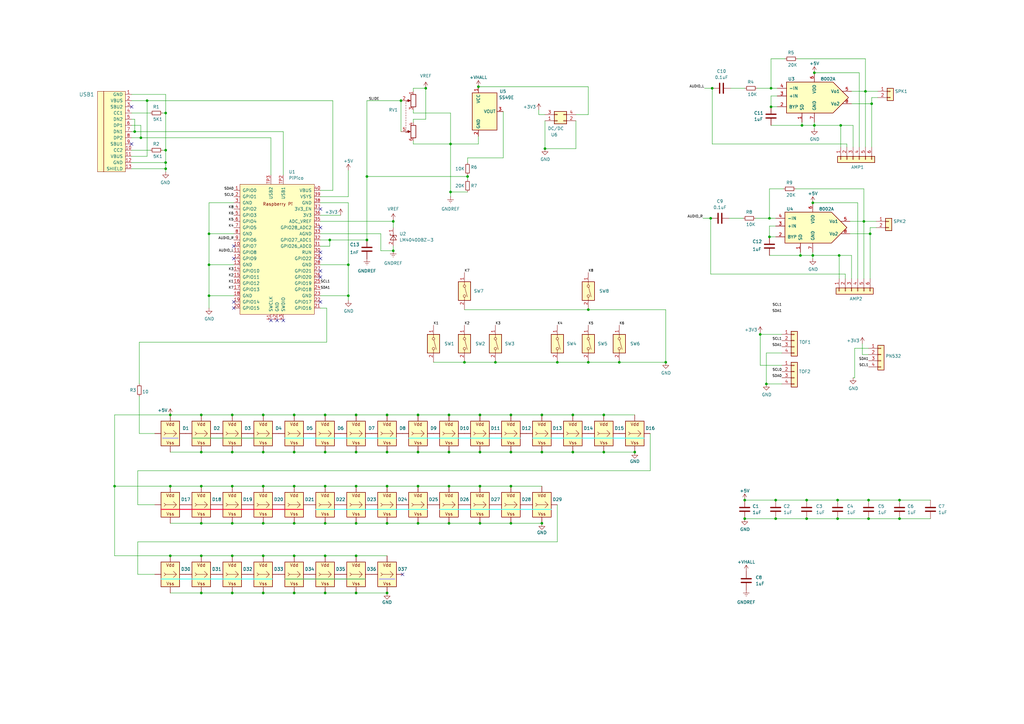
<source format=kicad_sch>
(kicad_sch (version 20231120) (generator "eeschema") (generator_version "8.0")
  (paper "A3")
  (lib_symbols
    (symbol "Connector_Generic:Conn_01x02" (pin_names (offset 1.016) hide)
      (property "Reference" "J" (at 0 2.54 0))
      (property "Value" "Conn_01x02" (at 0 -5.08 0))
      (symbol "Conn_01x02_1_1"
        (pin passive line (at -5.08 0 0) (length 3.81) (name "Pin_1") (number "1"))
        (pin passive line (at -5.08 -2.54 0) (length 3.81) (name "Pin_2") (number "2"))
      )
    )
    (symbol "Connector_Generic:Conn_01x04" (pin_names (offset 1.016) hide)
      (property "Reference" "J" (at 0 5.08 0))
      (property "Value" "Conn_01x04" (at 0 -7.62 0))
      (symbol "Conn_01x04_1_1"
        (pin passive line (at -5.08 2.54 0) (length 3.81) (name "Pin_1") (number "1"))
        (pin passive line (at -5.08 0 0) (length 3.81) (name "Pin_2") (number "2"))
        (pin passive line (at -5.08 -2.54 0) (length 3.81) (name "Pin_3") (number "3"))
        (pin passive line (at -5.08 -5.08 0) (length 3.81) (name "Pin_4") (number "4"))
      )
    )
    (symbol "Connector_Generic:Conn_01x06" (pin_names (offset 1.016) hide)
      (property "Reference" "J" (at 0 7.62 0))
      (property "Value" "Conn_01x06" (at 0 -10.16 0))
      (symbol "Conn_01x06_1_1"
        (pin passive line (at -5.08 5.08 0) (length 3.81) (name "Pin_1") (number "1"))
        (pin passive line (at -5.08 2.54 0) (length 3.81) (name "Pin_2") (number "2"))
        (pin passive line (at -5.08 0 0) (length 3.81) (name "Pin_3") (number "3"))
        (pin passive line (at -5.08 -2.54 0) (length 3.81) (name "Pin_4") (number "4"))
        (pin passive line (at -5.08 -5.08 0) (length 3.81) (name "Pin_5") (number "5"))
        (pin passive line (at -5.08 -7.62 0) (length 3.81) (name "Pin_6") (number "6"))
      )
    )
    (symbol "Connector_Generic:Conn_02x02_Odd_Even" (pin_names (offset 1.016) hide)
      (property "Reference" "J" (at 1.27 2.54 0))
      (property "Value" "Conn_02x02_Odd_Even" (at 1.27 -5.08 0))
      (symbol "Conn_02x02_Odd_Even_1_1"
        (pin passive line (at -5.08 0 0) (length 3.81) (name "Pin_1") (number "1"))
        (pin passive line (at 7.62 0 180) (length 3.81) (name "Pin_2") (number "2"))
        (pin passive line (at -5.08 -2.54 0) (length 3.81) (name "Pin_3") (number "3"))
        (pin passive line (at 7.62 -2.54 180) (length 3.81) (name "Pin_4") (number "4"))
      )
    )
    (symbol "Device:C" (pin_numbers hide) (pin_names (offset 0.254))
      (property "Reference" "C" (at 0.635 2.54 0))
      (property "Value" "C" (at 0.635 -2.54 0))
      (symbol "C_1_1"
        (pin passive line (at 0 3.81 270) (length 2.794) (name "~") (number "1"))
        (pin passive line (at 0 -3.81 90) (length 2.794) (name "~") (number "2"))
      )
    )
    (symbol "Device:R_Potentiometer_Dual" (pin_names (offset 1.016) hide)
      (property "Reference" "RV" (at 0 3.81 0))
      (property "Value" "R_Potentiometer_Dual" (at 0 1.905 0))
      (symbol "R_Potentiometer_Dual_1_1"
        (pin passive line (at -10.16 -2.54 0) (length 1.27) (name "1") (number "1"))
        (pin passive line (at -6.35 2.54 270) (length 2.54) (name "2") (number "2"))
        (pin passive line (at -2.54 -2.54 180) (length 1.27) (name "3") (number "3"))
        (pin passive line (at 2.54 -2.54 0) (length 1.27) (name "4") (number "4"))
        (pin passive line (at 6.35 2.54 270) (length 2.54) (name "5") (number "5"))
        (pin passive line (at 10.16 -2.54 180) (length 1.27) (name "6") (number "6"))
      )
    )
    (symbol "Device:R_Small" (pin_numbers hide) (pin_names (offset 0.254) hide)
      (property "Reference" "R" (at 0.762 0.508 0))
      (property "Value" "R_Small" (at 0.762 -1.016 0))
      (symbol "R_Small_1_1"
        (pin passive line (at 0 2.54 270) (length 0.762) (name "~") (number "1"))
        (pin passive line (at 0 -2.54 90) (length 0.762) (name "~") (number "2"))
      )
    )
    (symbol "Reference_Voltage:LM4040DBZ-3" (pin_names (offset 0.0254) hide)
      (property "Reference" "U" (at 0 2.54 0))
      (property "Value" "LM4040DBZ-3" (at 0 -3.175 0))
      (symbol "LM4040DBZ-3_1_1"
        (pin passive line (at 3.81 0 180) (length 2.54) (name "K") (number "1"))
        (pin passive line (at -3.81 0 0) (length 2.54) (name "A") (number "2"))
        (pin no_connect line (at -1.27 0 0) (length 2.54) hide (name "NC") (number "3"))
      )
    )
    (symbol "Switch:SW_DIP_x01" (pin_names (offset 0) hide)
      (property "Reference" "SW" (at 0 3.81 0))
      (property "Value" "SW_DIP_x01" (at 0 -3.81 0))
      (symbol "SW_DIP_x01_1_1"
        (pin passive line (at -7.62 0 0) (length 5.08) (name "~") (number "1"))
        (pin passive line (at 7.62 0 180) (length 5.08) (name "~") (number "2"))
      )
    )
    (symbol "Type-C:HRO-TYPE-C-31-M-12" (pin_names (offset 1.016))
      (property "Reference" "USB" (at -5.08 16.51 0))
      (property "Value" "HRO-TYPE-C-31-M-12" (at -10.16 -1.27 90))
      (symbol "HRO-TYPE-C-31-M-12_1_1"
        (pin input line (at 2.54 13.97 180) (length 2.54) (name "GND") (number "1"))
        (pin input line (at 2.54 -8.89 180) (length 2.54) (name "CC2") (number "10"))
        (pin input line (at 2.54 -11.43 180) (length 2.54) (name "VBUS") (number "11"))
        (pin input line (at 2.54 -13.97 180) (length 2.54) (name "GND") (number "12"))
        (pin input line (at 2.54 -16.51 180) (length 2.54) (name "SHIELD") (number "13"))
        (pin input line (at 2.54 11.43 180) (length 2.54) (name "VBUS") (number "2"))
        (pin input line (at 2.54 8.89 180) (length 2.54) (name "SBU2") (number "3"))
        (pin input line (at 2.54 6.35 180) (length 2.54) (name "CC1") (number "4"))
        (pin input line (at 2.54 3.81 180) (length 2.54) (name "DN2") (number "5"))
        (pin input line (at 2.54 1.27 180) (length 2.54) (name "DP1") (number "6"))
        (pin input line (at 2.54 -1.27 180) (length 2.54) (name "DN1") (number "7"))
        (pin input line (at 2.54 -3.81 180) (length 2.54) (name "DP2") (number "8"))
        (pin input line (at 2.54 -6.35 180) (length 2.54) (name "SBU1") (number "9"))
      )
    )
    (symbol "geki_main:8002A" (pin_names (offset 1.016))
      (property "Reference" "U" (at 7.62 -7.62 0))
      (property "Value" "8002A" (at -10.795 7.62 0))
      (symbol "8002A_1_1"
        (pin input line (at -5.08 -10.16 90) (length 3.81) (name "SD") (number "1"))
        (pin input line (at -15.24 -3.81 0) (length 3.81) (name "BYP") (number "2"))
        (pin input line (at -15.24 0.635 0) (length 3.81) (name "+IN") (number "3"))
        (pin input line (at -15.24 3.81 0) (length 3.81) (name "-IN") (number "4"))
        (pin output line (at 15.24 2.54 180) (length 3.81) (name "Vo1") (number "5"))
        (pin power_in line (at 0 10.16 270) (length 3.81) (name "VDD") (number "6"))
        (pin power_in line (at 0 -10.16 90) (length 3.81) (name "GND") (number "7"))
        (pin output line (at 15.24 -2.54 180) (length 3.81) (name "Vo2") (number "8"))
      )
    )
    (symbol "geki_main:PiPico" (pin_names (offset 1.016))
      (property "Reference" "U" (at -13.97 27.94 0))
      (property "Value" "PiPico" (at 0.254 16.002 0))
      (symbol "PiPico_0_0"
        (text "Raspberry Pi" (at 0.254 18.542 0) (effects (font (size 1.27 1.27))))
      )
      (symbol "PiPico_1_1"
        (pin bidirectional line (at -17.78 24.13 0) (length 2.54) (name "GPIO0") (number "1"))
        (pin bidirectional line (at -17.78 1.27 0) (length 2.54) (name "GPIO7") (number "10"))
        (pin bidirectional line (at -17.78 -1.27 0) (length 2.54) (name "GPIO8") (number "11"))
        (pin bidirectional line (at -17.78 -3.81 0) (length 2.54) (name "GPIO9") (number "12"))
        (pin power_in line (at -17.78 -6.35 0) (length 2.54) (name "GND") (number "13"))
        (pin bidirectional line (at -17.78 -8.89 0) (length 2.54) (name "GPIO10") (number "14"))
        (pin bidirectional line (at -17.78 -11.43 0) (length 2.54) (name "GPIO11") (number "15"))
        (pin bidirectional line (at -17.78 -13.97 0) (length 2.54) (name "GPIO12") (number "16"))
        (pin bidirectional line (at -17.78 -16.51 0) (length 2.54) (name "GPIO13") (number "17"))
        (pin power_in line (at -17.78 -19.05 0) (length 2.54) (name "GND") (number "18"))
        (pin bidirectional line (at -17.78 -21.59 0) (length 2.54) (name "GPIO14") (number "19"))
        (pin bidirectional line (at -17.78 21.59 0) (length 2.54) (name "GPIO1") (number "2"))
        (pin bidirectional line (at -17.78 -24.13 0) (length 2.54) (name "GPIO15") (number "20"))
        (pin bidirectional line (at 17.78 -24.13 180) (length 2.54) (name "GPIO16") (number "21"))
        (pin bidirectional line (at 17.78 -21.59 180) (length 2.54) (name "GPIO17") (number "22"))
        (pin power_in line (at 17.78 -19.05 180) (length 2.54) (name "GND") (number "23"))
        (pin bidirectional line (at 17.78 -16.51 180) (length 2.54) (name "GPIO18") (number "24"))
        (pin bidirectional line (at 17.78 -13.97 180) (length 2.54) (name "GPIO19") (number "25"))
        (pin bidirectional line (at 17.78 -11.43 180) (length 2.54) (name "GPIO20") (number "26"))
        (pin bidirectional line (at 17.78 -8.89 180) (length 2.54) (name "GPIO21") (number "27"))
        (pin power_in line (at 17.78 -6.35 180) (length 2.54) (name "GND") (number "28"))
        (pin bidirectional line (at 17.78 -3.81 180) (length 2.54) (name "GPIO22") (number "29"))
        (pin power_in line (at -17.78 19.05 0) (length 2.54) (name "GND") (number "3"))
        (pin input line (at 17.78 -1.27 180) (length 2.54) (name "RUN") (number "30"))
        (pin bidirectional line (at 17.78 1.27 180) (length 2.54) (name "GPIO26_ADC0") (number "31"))
        (pin bidirectional line (at 17.78 3.81 180) (length 2.54) (name "GPIO27_ADC1") (number "32"))
        (pin power_in line (at 17.78 6.35 180) (length 2.54) (name "AGND") (number "33"))
        (pin bidirectional line (at 17.78 8.89 180) (length 2.54) (name "GPIO28_ADC2") (number "34"))
        (pin unspecified line (at 17.78 11.43 180) (length 2.54) (name "ADC_VREF") (number "35"))
        (pin unspecified line (at 17.78 13.97 180) (length 2.54) (name "3V3") (number "36"))
        (pin input line (at 17.78 16.51 180) (length 2.54) (name "3V3_EN") (number "37"))
        (pin bidirectional line (at 17.78 19.05 180) (length 2.54) (name "GND") (number "38"))
        (pin unspecified line (at 17.78 21.59 180) (length 2.54) (name "VSYS") (number "39"))
        (pin bidirectional line (at -17.78 16.51 0) (length 2.54) (name "GPIO2") (number "4"))
        (pin unspecified line (at 17.78 24.13 180) (length 2.54) (name "VBUS") (number "40"))
        (pin input line (at -2.54 -29.21 90) (length 2.54) (name "SWCLK") (number "41"))
        (pin power_in line (at 0 -29.21 90) (length 2.54) (name "GND") (number "42"))
        (pin bidirectional line (at 2.54 -29.21 90) (length 2.54) (name "SWDIO") (number "43"))
        (pin bidirectional line (at -17.78 13.97 0) (length 2.54) (name "GPIO3") (number "5"))
        (pin bidirectional line (at -17.78 11.43 0) (length 2.54) (name "GPIO4") (number "6"))
        (pin bidirectional line (at -17.78 8.89 0) (length 2.54) (name "GPIO5") (number "7"))
        (pin power_in line (at -17.78 6.35 0) (length 2.54) (name "GND") (number "8"))
        (pin bidirectional line (at -17.78 3.81 0) (length 2.54) (name "GPIO6") (number "9"))
        (pin bidirectional line (at 2.54 30.48 270) (length 3.81) (name "USB1") (number "TP2"))
        (pin bidirectional line (at -2.54 30.48 270) (length 3.81) (name "USB2") (number "TP3"))
      )
    )
    (symbol "geki_main:SS49E"
      (property "Reference" "U" (at 0 11.43 0))
      (property "Value" "SS49E" (at 0 8.89 0))
      (symbol "SS49E_1_1"
        (pin power_in line (at -2.54 10.16 270) (length 2.54) (name "VCC") (number "1"))
        (pin power_in line (at -2.54 -10.16 90) (length 2.54) (name "GND") (number "2"))
        (pin output line (at 7.62 0 180) (length 2.54) (name "VOUT") (number "3"))
      )
    )
    (symbol "geki_main:WS2812B_Unified" (pin_numbers hide) (pin_names (offset 0.254) hide)
      (property "Reference" "D10" (at 2.54 6.35 0))
      (symbol "WS2812B_Unified_0_0"
        (text "Vdd" (at 0 3.81 0) (effects (font (size 1.27 1.27))))
        (text "Vss" (at 0 -3.81 0) (effects (font (size 1.27 1.27))))
      )
      (symbol "WS2812B_Unified_1_1"
        (pin power_in line (at 0 -7.62 90) (length 2.54) (name "VSS") (number "G"))
        (pin input line (at -6.35 0 0) (length 2.54) (name "In") (number "I"))
        (pin output line (at 6.35 0 180) (length 2.54) (name "Out") (number "O"))
        (pin power_in line (at 0 7.62 270) (length 2.54) (name "VDD") (number "V"))
      )
    )
    (symbol "power:+3.3VADC" (power) (pin_names (offset 0))
      (property "Value" "+3.3VADC" (at 0 2.54 0))
      (symbol "+3.3VADC_0_0"
        (pin power_in line (at 0 0 90) (length 0) hide (name "+3.3VADC") (number "1"))
      )
    )
    (symbol "power:+3V3" (power) (pin_names (offset 0))
      (property "Value" "+3V3" (at 0 3.556 0))
      (symbol "+3V3_1_1"
        (pin power_in line (at 0 0 90) (length 0) hide (name "+3V3") (number "1"))
      )
    )
    (symbol "power:+5V" (power) (pin_names (offset 0))
      (property "Value" "+5V" (at 0 3.556 0))
      (symbol "+5V_1_1"
        (pin power_in line (at 0 0 90) (length 0) hide (name "+5V") (number "1"))
      )
    )
    (symbol "power:GND" (power) (pin_names (offset 0))
      (property "Value" "GND" (at 0 -3.81 0))
      (symbol "GND_1_1"
        (pin power_in line (at 0 0 270) (length 0) hide (name "GND") (number "1"))
      )
    )
    (symbol "power:GNDREF" (power) (pin_numbers hide) (pin_names (offset 0) hide)
      (property "Value" "GNDREF" (at 0 -3.81 0))
      (symbol "GNDREF_1_1"
        (pin power_in line (at 0 0 270) (length 0) (name "~") (number "1"))
      )
    )
  )
  (junction (at 120.65 185.42))
  (junction (at 158.75 170.18))
  (junction (at 57.785 56.515))
  (junction (at 344.17 104.775))
  (junction (at 184.15 214.63))
  (junction (at 356.235 212.725))
  (junction (at 107.95 185.42))
  (junction (at 85.725 108.585))
  (junction (at 344.805 51.435))
  (junction (at 247.65 170.18))
  (junction (at 146.05 227.965))
  (junction (at 260.35 185.42))
  (junction (at 107.95 199.39))
  (junction (at 196.85 185.42))
  (junction (at 356.87 95.885))
  (junction (at 196.85 214.63))
  (junction (at 254 148.59))
  (junction (at 171.45 170.18))
  (junction (at 95.25 214.63))
  (junction (at 184.785 59.055))
  (junction (at 85.725 121.285))
  (junction (at 209.55 199.39))
  (junction (at 273.05 148.59))
  (junction (at 82.55 199.39))
  (junction (at 146.05 170.18))
  (junction (at 133.35 185.42))
  (junction (at 316.23 43.815))
  (junction (at 69.85 199.39))
  (junction (at 334.01 29.845))
  (junction (at 120.65 170.18))
  (junction (at 146.05 185.42))
  (junction (at 318.135 212.725))
  (junction (at 174.625 36.195))
  (junction (at 315.595 97.155))
  (junction (at 305.435 205.105))
  (junction (at 158.75 243.205))
  (junction (at 69.85 227.965))
  (junction (at 196.85 170.18))
  (junction (at 234.95 185.42))
  (junction (at 328.93 51.435))
  (junction (at 164.465 41.275))
  (junction (at 158.75 199.39))
  (junction (at 146.05 214.63))
  (junction (at 171.45 199.39))
  (junction (at 311.785 137.16))
  (junction (at 133.35 243.205))
  (junction (at 241.3 127))
  (junction (at 328.295 104.775))
  (junction (at 60.325 41.275))
  (junction (at 107.95 214.63))
  (junction (at 95.25 185.42))
  (junction (at 305.435 212.725))
  (junction (at 150.495 98.425))
  (junction (at 120.65 199.39))
  (junction (at 316.23 36.195))
  (junction (at 85.725 95.885))
  (junction (at 368.935 212.725))
  (junction (at 368.935 205.105))
  (junction (at 67.945 66.675))
  (junction (at 107.95 227.965))
  (junction (at 292.1 36.195))
  (junction (at 95.25 199.39))
  (junction (at 241.3 148.59))
  (junction (at 95.25 227.965))
  (junction (at 190.5 148.59))
  (junction (at 291.465 89.535))
  (junction (at 133.35 170.18))
  (junction (at 314.325 157.48))
  (junction (at 120.65 243.205))
  (junction (at 67.945 69.215))
  (junction (at 334.01 51.435))
  (junction (at 343.535 205.105))
  (junction (at 133.35 214.63))
  (junction (at 247.65 185.42))
  (junction (at 343.535 212.725))
  (junction (at 184.15 185.42))
  (junction (at 318.135 205.105))
  (junction (at 354.965 37.465))
  (junction (at 171.45 214.63))
  (junction (at 184.15 199.39))
  (junction (at 171.45 185.42))
  (junction (at 330.835 205.105))
  (junction (at 158.75 214.63))
  (junction (at 146.05 199.39))
  (junction (at 135.255 98.425))
  (junction (at 82.55 227.965))
  (junction (at 333.375 83.185))
  (junction (at 191.77 72.39))
  (junction (at 356.235 205.105))
  (junction (at 67.945 61.595))
  (junction (at 67.945 46.355))
  (junction (at 95.25 243.205))
  (junction (at 222.25 214.63))
  (junction (at 150.495 72.39))
  (junction (at 82.55 214.63))
  (junction (at 82.55 170.18))
  (junction (at 234.95 170.18))
  (junction (at 222.25 185.42))
  (junction (at 107.95 243.205))
  (junction (at 209.55 170.18))
  (junction (at 223.52 60.96))
  (junction (at 315.595 89.535))
  (junction (at 120.65 227.965))
  (junction (at 107.95 170.18))
  (junction (at 209.55 214.63))
  (junction (at 133.35 199.39))
  (junction (at 46.99 199.39))
  (junction (at 161.29 90.805))
  (junction (at 184.785 78.74))
  (junction (at 82.55 243.205))
  (junction (at 209.55 185.42))
  (junction (at 95.25 170.18))
  (junction (at 357.505 42.545))
  (junction (at 222.25 170.18))
  (junction (at 196.215 35.56))
  (junction (at 196.85 199.39))
  (junction (at 354.33 90.805))
  (junction (at 69.85 170.18))
  (junction (at 142.875 108.585))
  (junction (at 82.55 185.42))
  (junction (at 158.75 185.42))
  (junction (at 55.245 53.975))
  (junction (at 120.65 214.63))
  (junction (at 146.05 243.205))
  (junction (at 133.35 227.965))
  (junction (at 228.6 148.59))
  (junction (at 333.375 104.775))
  (junction (at 330.835 212.725))
  (junction (at 142.875 121.285))
  (junction (at 203.2 148.59))
  (junction (at 161.29 102.87))
  (junction (at 184.15 170.18))
  (no_connect (at 113.665 131.445))
  (no_connect (at 131.445 123.825))
  (no_connect (at 95.885 123.825))
  (no_connect (at 53.975 43.815))
  (no_connect (at 53.975 59.055))
  (no_connect (at 131.445 103.505))
  (no_connect (at 131.445 85.725))
  (no_connect (at 111.125 131.445))
  (no_connect (at 131.445 93.345))
  (no_connect (at 95.885 126.365))
  (no_connect (at 131.445 106.045))
  (no_connect (at 165.1 235.585))
  (no_connect (at 131.445 113.665))
  (no_connect (at 131.445 111.125))
  (no_connect (at 95.885 100.965))
  (no_connect (at 116.205 131.445))
  (no_connect (at 95.885 106.045))
  (wire (pts (xy 315.595 92.71) (xy 318.135 92.71)))
  (wire (pts (xy 320.675 144.78) (xy 314.325 144.78)))
  (wire (pts (xy 354.965 24.13) (xy 354.965 37.465)))
  (wire (pts (xy 67.945 38.735) (xy 67.945 46.355)))
  (wire (pts (xy 131.445 100.965) (xy 135.255 100.965)))
  (wire (pts (xy 305.435 36.195) (xy 299.72 36.195)))
  (wire (pts (xy 131.445 88.265) (xy 139.7 88.265)))
  (wire (pts (xy 85.725 83.185) (xy 85.725 95.885)))
  (wire (pts (xy 190.5 148.59) (xy 203.2 148.59)))
  (wire (pts (xy 161.29 100.965) (xy 161.29 102.87)))
  (polyline (pts (xy 66.675 179.705) (xy 73.025 179.705)) (stroke (width 0.381) (type solid) (color 159 154 255 1)))
  (wire (pts (xy 311.785 149.86) (xy 320.675 149.86)))
  (wire (pts (xy 171.45 185.42) (xy 184.15 185.42)))
  (wire (pts (xy 316.23 36.195) (xy 318.77 36.195)))
  (wire (pts (xy 95.25 199.39) (xy 107.95 199.39)))
  (wire (pts (xy 222.25 185.42) (xy 234.95 185.42)))
  (wire (pts (xy 349.885 154.94) (xy 350.52 154.94)))
  (wire (pts (xy 120.65 214.63) (xy 133.35 214.63)))
  (wire (pts (xy 131.445 121.285) (xy 142.875 121.285)))
  (wire (pts (xy 223.52 49.53) (xy 223.52 60.96)))
  (polyline (pts (xy 180.34 208.915) (xy 226.06 208.915)) (stroke (width 0.381) (type solid) (color 88 255 249 1)))
  (wire (pts (xy 46.99 227.965) (xy 69.85 227.965)))
  (wire (pts (xy 169.545 48.895) (xy 174.625 48.895)))
  (wire (pts (xy 135.255 98.425) (xy 131.445 98.425)))
  (wire (pts (xy 368.935 212.725) (xy 381.635 212.725)))
  (wire (pts (xy 53.975 53.975) (xy 55.245 53.975)))
  (wire (pts (xy 316.23 43.815) (xy 318.77 43.815)))
  (wire (pts (xy 247.65 170.18) (xy 260.35 170.18)))
  (wire (pts (xy 60.325 64.135) (xy 60.325 41.275)))
  (wire (pts (xy 46.99 199.39) (xy 69.85 199.39)))
  (wire (pts (xy 223.52 60.96) (xy 236.22 60.96)))
  (wire (pts (xy 133.35 170.18) (xy 146.05 170.18)))
  (wire (pts (xy 142.875 83.185) (xy 142.875 108.585)))
  (wire (pts (xy 292.1 36.195) (xy 292.1 59.055)))
  (wire (pts (xy 85.725 95.885) (xy 95.885 95.885)))
  (wire (pts (xy 347.345 59.055) (xy 347.345 60.325)))
  (wire (pts (xy 241.3 35.56) (xy 196.215 35.56)))
  (wire (pts (xy 314.325 144.78) (xy 314.325 157.48)))
  (polyline (pts (xy 155.575 237.49) (xy 161.925 237.49)) (stroke (width 0.381) (type solid) (color 159 154 255 1)))
  (wire (pts (xy 334.01 51.435) (xy 344.805 51.435)))
  (wire (pts (xy 95.25 185.42) (xy 107.95 185.42)))
  (wire (pts (xy 191.77 64.77) (xy 206.375 64.77)))
  (wire (pts (xy 196.85 185.42) (xy 209.55 185.42)))
  (wire (pts (xy 348.615 90.805) (xy 354.33 90.805)))
  (wire (pts (xy 131.445 78.105) (xy 136.525 78.105)))
  (wire (pts (xy 156.21 95.885) (xy 156.21 102.87)))
  (wire (pts (xy 328.93 50.165) (xy 328.93 51.435)))
  (wire (pts (xy 120.65 227.965) (xy 133.35 227.965)))
  (wire (pts (xy 350.52 142.875) (xy 356.235 142.875)))
  (wire (pts (xy 352.425 29.845) (xy 352.425 60.325)))
  (wire (pts (xy 234.95 170.18) (xy 247.65 170.18)))
  (wire (pts (xy 133.985 140.335) (xy 57.15 140.335)))
  (wire (pts (xy 349.25 37.465) (xy 354.965 37.465)))
  (wire (pts (xy 56.515 193.04) (xy 56.515 207.01)))
  (wire (pts (xy 354.33 114.3) (xy 354.33 90.805)))
  (wire (pts (xy 133.35 243.205) (xy 146.05 243.205)))
  (wire (pts (xy 111.125 56.515) (xy 57.785 56.515)))
  (wire (pts (xy 184.785 59.055) (xy 196.215 59.055)))
  (wire (pts (xy 146.05 199.39) (xy 158.75 199.39)))
  (wire (pts (xy 328.93 51.435) (xy 334.01 51.435)))
  (wire (pts (xy 156.21 102.87) (xy 161.29 102.87)))
  (wire (pts (xy 241.3 127) (xy 273.05 127)))
  (wire (pts (xy 241.3 148.59) (xy 254 148.59)))
  (wire (pts (xy 171.45 214.63) (xy 184.15 214.63)))
  (wire (pts (xy 315.595 97.155) (xy 318.135 97.155)))
  (wire (pts (xy 85.725 121.285) (xy 95.885 121.285)))
  (wire (pts (xy 315.595 77.47) (xy 315.595 89.535)))
  (wire (pts (xy 131.445 90.805) (xy 161.29 90.805)))
  (wire (pts (xy 273.05 127) (xy 273.05 148.59)))
  (wire (pts (xy 314.325 157.48) (xy 320.675 157.48)))
  (wire (pts (xy 133.35 199.39) (xy 146.05 199.39)))
  (wire (pts (xy 191.77 66.675) (xy 191.77 64.77)))
  (wire (pts (xy 334.01 51.435) (xy 334.01 50.165)))
  (wire (pts (xy 234.95 185.42) (xy 247.65 185.42)))
  (wire (pts (xy 196.215 55.88) (xy 196.215 59.055)))
  (wire (pts (xy 209.55 199.39) (xy 222.25 199.39)))
  (wire (pts (xy 328.295 104.775) (xy 333.375 104.775)))
  (wire (pts (xy 95.25 243.205) (xy 107.95 243.205)))
  (wire (pts (xy 85.725 95.885) (xy 85.725 108.585)))
  (wire (pts (xy 291.465 112.395) (xy 346.71 112.395)))
  (wire (pts (xy 142.875 121.285) (xy 142.875 123.19)))
  (wire (pts (xy 135.255 100.965) (xy 135.255 98.425)))
  (wire (pts (xy 236.22 46.99) (xy 241.3 46.99)))
  (wire (pts (xy 164.465 41.275) (xy 164.465 53.975)))
  (wire (pts (xy 333.375 106.045) (xy 333.375 104.775)))
  (wire (pts (xy 82.55 243.205) (xy 95.25 243.205)))
  (wire (pts (xy 220.98 46.99) (xy 223.52 46.99)))
  (wire (pts (xy 133.985 126.365) (xy 133.985 140.335)))
  (wire (pts (xy 184.785 59.055) (xy 184.785 78.74)))
  (wire (pts (xy 133.35 185.42) (xy 146.05 185.42)))
  (wire (pts (xy 228.6 207.01) (xy 228.6 222.25)))
  (wire (pts (xy 318.135 205.105) (xy 330.835 205.105)))
  (wire (pts (xy 354.33 90.805) (xy 354.33 77.47)))
  (wire (pts (xy 288.29 89.535) (xy 291.465 89.535)))
  (wire (pts (xy 120.65 170.18) (xy 133.35 170.18)))
  (wire (pts (xy 116.205 71.755) (xy 116.205 53.975)))
  (wire (pts (xy 353.695 145.415) (xy 353.695 140.97)))
  (wire (pts (xy 55.245 48.895) (xy 55.245 53.975)))
  (wire (pts (xy 334.01 52.705) (xy 334.01 51.435)))
  (wire (pts (xy 116.205 53.975) (xy 55.245 53.975)))
  (wire (pts (xy 120.65 243.205) (xy 133.35 243.205)))
  (wire (pts (xy 330.835 212.725) (xy 343.535 212.725)))
  (wire (pts (xy 69.85 214.63) (xy 82.55 214.63)))
  (wire (pts (xy 169.545 59.055) (xy 169.545 57.785)))
  (wire (pts (xy 357.505 42.545) (xy 357.505 60.325)))
  (wire (pts (xy 46.99 199.39) (xy 46.99 227.965)))
  (wire (pts (xy 46.99 170.18) (xy 69.85 170.18)))
  (wire (pts (xy 209.55 170.18) (xy 222.25 170.18)))
  (wire (pts (xy 46.99 170.18) (xy 46.99 199.39)))
  (wire (pts (xy 311.785 137.16) (xy 311.785 149.86)))
  (wire (pts (xy 228.6 222.25) (xy 56.515 222.25)))
  (wire (pts (xy 184.785 59.055) (xy 169.545 59.055)))
  (wire (pts (xy 150.495 41.275) (xy 164.465 41.275)))
  (wire (pts (xy 53.975 66.675) (xy 67.945 66.675)))
  (wire (pts (xy 57.785 51.435) (xy 57.785 56.515)))
  (wire (pts (xy 158.75 214.63) (xy 171.45 214.63)))
  (wire (pts (xy 291.465 89.535) (xy 291.465 112.395)))
  (wire (pts (xy 174.625 36.195) (xy 174.625 48.895)))
  (wire (pts (xy 350.52 154.94) (xy 350.52 142.875)))
  (wire (pts (xy 177.8 148.59) (xy 190.5 148.59)))
  (wire (pts (xy 321.945 24.13) (xy 316.23 24.13)))
  (wire (pts (xy 111.125 71.755) (xy 111.125 56.515)))
  (wire (pts (xy 95.25 227.965) (xy 107.95 227.965)))
  (wire (pts (xy 82.55 227.965) (xy 95.25 227.965)))
  (wire (pts (xy 82.55 170.18) (xy 95.25 170.18)))
  (wire (pts (xy 150.495 72.39) (xy 191.77 72.39)))
  (wire (pts (xy 354.965 37.465) (xy 354.965 60.325)))
  (wire (pts (xy 82.55 199.39) (xy 95.25 199.39)))
  (polyline (pts (xy 78.74 179.705) (xy 111.76 179.705)) (stroke (width 0.381) (type solid) (color 101 192 115 1)))
  (wire (pts (xy 120.65 185.42) (xy 133.35 185.42)))
  (wire (pts (xy 357.505 40.005) (xy 360.045 40.005)))
  (wire (pts (xy 328.295 103.505) (xy 328.295 104.775)))
  (wire (pts (xy 133.35 227.965) (xy 146.05 227.965)))
  (wire (pts (xy 333.375 104.775) (xy 344.17 104.775)))
  (wire (pts (xy 349.25 42.545) (xy 357.505 42.545)))
  (wire (pts (xy 184.785 46.355) (xy 184.785 59.055)))
  (wire (pts (xy 150.495 72.39) (xy 150.495 98.425)))
  (wire (pts (xy 131.445 126.365) (xy 133.985 126.365)))
  (wire (pts (xy 305.435 212.725) (xy 318.135 212.725)))
  (wire (pts (xy 171.45 170.18) (xy 184.15 170.18)))
  (polyline (pts (xy 129.54 208.915) (xy 175.26 208.915)) (stroke (width 0.381) (type solid) (color 88 255 249 1)))
  (wire (pts (xy 133.35 214.63) (xy 146.05 214.63)))
  (wire (pts (xy 354.965 37.465) (xy 360.045 37.465)))
  (polyline (pts (xy 116.84 179.705) (xy 162.56 179.705)) (stroke (width 0.381) (type solid) (color 88 255 249 1)))
  (wire (pts (xy 53.975 64.135) (xy 60.325 64.135)))
  (wire (pts (xy 266.7 193.04) (xy 56.515 193.04)))
  (wire (pts (xy 60.325 41.275) (xy 136.525 41.275)))
  (wire (pts (xy 316.23 39.37) (xy 316.23 43.815)))
  (wire (pts (xy 184.15 199.39) (xy 196.85 199.39)))
  (wire (pts (xy 236.22 49.53) (xy 236.22 60.96)))
  (wire (pts (xy 53.975 56.515) (xy 57.785 56.515)))
  (wire (pts (xy 95.25 170.18) (xy 107.95 170.18)))
  (wire (pts (xy 316.23 39.37) (xy 318.77 39.37)))
  (polyline (pts (xy 218.44 179.705) (xy 264.16 179.705)) (stroke (width 0.381) (type solid) (color 88 255 249 1)))
  (wire (pts (xy 146.05 243.205) (xy 158.75 243.205)))
  (wire (pts (xy 131.445 95.885) (xy 156.21 95.885)))
  (wire (pts (xy 196.85 199.39) (xy 209.55 199.39)))
  (wire (pts (xy 53.975 61.595) (xy 61.595 61.595)))
  (wire (pts (xy 196.85 214.63) (xy 209.55 214.63)))
  (wire (pts (xy 107.95 214.63) (xy 120.65 214.63)))
  (wire (pts (xy 107.95 185.42) (xy 120.65 185.42)))
  (wire (pts (xy 321.31 77.47) (xy 315.595 77.47)))
  (wire (pts (xy 85.725 108.585) (xy 85.725 121.285)))
  (wire (pts (xy 57.15 140.335) (xy 57.15 157.48)))
  (wire (pts (xy 318.135 212.725) (xy 330.835 212.725)))
  (wire (pts (xy 357.505 40.005) (xy 357.505 42.545)))
  (wire (pts (xy 53.975 46.355) (xy 61.595 46.355)))
  (wire (pts (xy 120.65 199.39) (xy 133.35 199.39)))
  (wire (pts (xy 344.805 51.435) (xy 344.805 60.325)))
  (wire (pts (xy 327.025 24.13) (xy 354.965 24.13)))
  (wire (pts (xy 310.515 36.195) (xy 316.23 36.195)))
  (wire (pts (xy 330.835 205.105) (xy 343.535 205.105)))
  (wire (pts (xy 107.95 170.18) (xy 120.65 170.18)))
  (wire (pts (xy 344.17 104.775) (xy 344.17 114.3)))
  (wire (pts (xy 161.29 93.345) (xy 161.29 90.805)))
  (wire (pts (xy 107.95 243.205) (xy 120.65 243.205)))
  (polyline (pts (xy 167.64 179.705) (xy 213.36 179.705)) (stroke (width 0.381) (type solid) (color 88 255 249 1)))
  (wire (pts (xy 57.15 162.56) (xy 57.15 177.8)))
  (wire (pts (xy 67.945 69.215) (xy 67.945 70.485)))
  (wire (pts (xy 247.65 185.42) (xy 260.35 185.42)))
  (wire (pts (xy 333.375 83.185) (xy 351.79 83.185)))
  (wire (pts (xy 67.945 61.595) (xy 66.675 61.595)))
  (wire (pts (xy 309.88 89.535) (xy 315.595 89.535)))
  (wire (pts (xy 220.98 45.085) (xy 220.98 46.99)))
  (wire (pts (xy 356.235 145.415) (xy 353.695 145.415)))
  (wire (pts (xy 56.515 235.585) (xy 63.5 235.585)))
  (wire (pts (xy 169.545 46.355) (xy 184.785 46.355)))
  (wire (pts (xy 53.975 38.735) (xy 67.945 38.735)))
  (wire (pts (xy 53.975 41.275) (xy 60.325 41.275)))
  (wire (pts (xy 82.55 214.63) (xy 95.25 214.63)))
  (wire (pts (xy 69.85 227.965) (xy 82.55 227.965)))
  (wire (pts (xy 315.595 89.535) (xy 318.135 89.535)))
  (wire (pts (xy 131.445 83.185) (xy 142.875 83.185)))
  (wire (pts (xy 184.15 185.42) (xy 196.85 185.42)))
  (wire (pts (xy 146.05 227.965) (xy 158.75 227.965)))
  (wire (pts (xy 174.625 36.195) (xy 169.545 36.195)))
  (wire (pts (xy 356.235 212.725) (xy 368.935 212.725)))
  (wire (pts (xy 158.75 170.18) (xy 171.45 170.18)))
  (wire (pts (xy 304.8 89.535) (xy 299.085 89.535)))
  (polyline (pts (xy 66.04 237.49) (xy 111.76 237.49)) (stroke (width 0.381) (type solid) (color 88 255 249 1)))
  (wire (pts (xy 95.885 83.185) (xy 85.725 83.185)))
  (wire (pts (xy 142.875 108.585) (xy 142.875 121.285)))
  (wire (pts (xy 206.375 45.72) (xy 206.375 64.77)))
  (wire (pts (xy 107.95 227.965) (xy 120.65 227.965)))
  (wire (pts (xy 326.39 77.47) (xy 354.33 77.47)))
  (wire (pts (xy 142.875 80.645) (xy 142.875 69.85)))
  (wire (pts (xy 146.05 185.42) (xy 158.75 185.42)))
  (wire (pts (xy 158.75 185.42) (xy 171.45 185.42)))
  (wire (pts (xy 228.6 148.59) (xy 241.3 148.59)))
  (wire (pts (xy 209.55 214.63) (xy 222.25 214.63)))
  (wire (pts (xy 333.375 104.775) (xy 333.375 103.505)))
  (wire (pts (xy 356.235 205.105) (xy 368.935 205.105)))
  (wire (pts (xy 316.23 51.435) (xy 328.93 51.435)))
  (wire (pts (xy 190.5 127) (xy 241.3 127)))
  (wire (pts (xy 131.445 108.585) (xy 142.875 108.585)))
  (wire (pts (xy 311.785 136.525) (xy 311.785 137.16)))
  (wire (pts (xy 344.805 51.435) (xy 349.885 51.435)))
  (wire (pts (xy 67.945 46.355) (xy 67.945 61.595)))
  (wire (pts (xy 85.725 108.585) (xy 95.885 108.585)))
  (wire (pts (xy 349.25 104.775) (xy 349.25 114.3)))
  (wire (pts (xy 184.15 214.63) (xy 196.85 214.63)))
  (wire (pts (xy 82.55 185.42) (xy 95.25 185.42)))
  (wire (pts (xy 196.85 170.18) (xy 209.55 170.18)))
  (wire (pts (xy 191.77 71.755) (xy 191.77 72.39)))
  (wire (pts (xy 67.945 66.675) (xy 67.945 69.215)))
  (wire (pts (xy 349.885 51.435) (xy 349.885 60.325)))
  (wire (pts (xy 56.515 222.25) (xy 56.515 235.585)))
  (wire (pts (xy 191.77 72.39) (xy 191.77 73.66)))
  (wire (pts (xy 343.535 212.725) (xy 356.235 212.725)))
  (wire (pts (xy 266.7 177.8) (xy 266.7 193.04)))
  (wire (pts (xy 161.29 90.17) (xy 161.29 90.805)))
  (wire (pts (xy 344.17 104.775) (xy 349.25 104.775)))
  (wire (pts (xy 315.595 104.775) (xy 328.295 104.775)))
  (wire (pts (xy 184.785 78.74) (xy 184.785 80.645)))
  (wire (pts (xy 69.85 199.39) (xy 82.55 199.39)))
  (wire (pts (xy 171.45 199.39) (xy 184.15 199.39)))
  (wire (pts (xy 209.55 185.42) (xy 222.25 185.42)))
  (polyline (pts (xy 66.04 208.915) (xy 124.46 208.915)) (stroke (width 0.381) (type solid) (color 255 17 65 1)))
  (wire (pts (xy 150.495 98.425) (xy 135.255 98.425)))
  (wire (pts (xy 184.785 78.74) (xy 191.77 78.74)))
  (wire (pts (xy 146.05 170.18) (xy 158.75 170.18)))
  (wire (pts (xy 334.01 29.845) (xy 352.425 29.845)))
  (wire (pts (xy 184.15 170.18) (xy 196.85 170.18)))
  (wire (pts (xy 241.3 46.99) (xy 241.3 35.56)))
  (wire (pts (xy 351.79 83.185) (xy 351.79 114.3)))
  (wire (pts (xy 53.975 69.215) (xy 67.945 69.215)))
  (wire (pts (xy 356.87 95.885) (xy 356.87 114.3)))
  (wire (pts (xy 57.15 177.8) (xy 63.5 177.8)))
  (wire (pts (xy 53.975 51.435) (xy 57.785 51.435)))
  (wire (pts (xy 67.945 61.595) (xy 67.945 66.675)))
  (wire (pts (xy 95.25 214.63) (xy 107.95 214.63)))
  (wire (pts (xy 316.23 24.13) (xy 316.23 36.195)))
  (wire (pts (xy 56.515 207.01) (xy 63.5 207.01)))
  (wire (pts (xy 315.595 92.71) (xy 315.595 97.155)))
  (wire (pts (xy 222.25 170.18) (xy 234.95 170.18)))
  (wire (pts (xy 305.435 205.105) (xy 318.135 205.105)))
  (wire (pts (xy 53.975 48.895) (xy 55.245 48.895)))
  (polyline (pts (xy 116.84 237.49) (xy 149.86 237.49)) (stroke (width 0.381) (type solid) (color 101 192 115 1)))
  (wire (pts (xy 67.945 46.355) (xy 66.675 46.355)))
  (wire (pts (xy 69.85 185.42) (xy 82.55 185.42)))
  (wire (pts (xy 292.1 59.055) (xy 347.345 59.055)))
  (wire (pts (xy 356.87 93.345) (xy 356.87 95.885)))
  (wire (pts (xy 288.925 36.195) (xy 292.1 36.195)))
  (wire (pts (xy 346.71 112.395) (xy 346.71 114.3)))
  (wire (pts (xy 254 148.59) (xy 273.05 148.59)))
  (wire (pts (xy 69.85 170.18) (xy 82.55 170.18)))
  (wire (pts (xy 158.75 199.39) (xy 171.45 199.39)))
  (wire (pts (xy 169.545 36.195) (xy 169.545 37.465)))
  (wire (pts (xy 69.85 243.205) (xy 82.55 243.205)))
  (wire (pts (xy 85.725 121.285) (xy 85.725 126.365)))
  (wire (pts (xy 320.675 137.16) (xy 311.785 137.16)))
  (wire (pts (xy 348.615 95.885) (xy 356.87 95.885)))
  (wire (pts (xy 343.535 205.105) (xy 356.235 205.105)))
  (wire (pts (xy 131.445 80.645) (xy 142.875 80.645)))
  (wire (pts (xy 359.41 93.345) (xy 356.87 93.345)))
  (wire (pts (xy 169.545 46.355) (xy 169.545 45.085)))
  (wire (pts (xy 136.525 41.275) (xy 136.525 78.105)))
  (wire (pts (xy 150.495 41.275) (xy 150.495 72.39)))
  (wire (pts (xy 107.95 199.39) (xy 120.65 199.39)))
  (wire (pts (xy 368.935 205.105) (xy 381.635 205.105)))
  (wire (pts (xy 203.2 148.59) (xy 228.6 148.59)))
  (wire (pts (xy 146.05 214.63) (xy 158.75 214.63)))
  (wire (pts (xy 354.33 90.805) (xy 359.41 90.805)))
  (wire (pts (xy 169.545 48.895) (xy 169.545 50.165)))
  (label "K5" (at 95.885 90.805 180) (effects (font (size 1 1))))
  (label "K6" (at 254 133.35 0) (effects (font (size 1 1))))
  (label "K3" (at 203.2 133.35 0) (effects (font (size 1 1))))
  (label "SCL0" (at 320.675 152.4 180) (effects (font (size 1 1))))
  (label "SLIDE" (at 155.575 41.275 180) (effects (font (size 1 1))))
  (label "K5" (at 241.3 133.35 0) (effects (font (size 1 1))))
  (label "K2" (at 95.885 113.665 180) (effects (font (size 1 1))))
  (label "SCL1" (at 320.675 125.73 180) (effects (font (size 1 1))))
  (label "SDA1" (at 320.675 142.24 180) (effects (font (size 1 1))))
  (label "SCL1" (at 131.445 116.205 0) (effects (font (size 1 1))))
  (label "AUDIO_L" (at 288.925 36.195 180) (effects (font (size 1 1))))
  (label "K4" (at 228.6 133.35 0) (effects (font (size 1 1))))
  (label "SDA0" (at 95.885 78.105 180) (effects (font (size 1 1))))
  (label "K3" (at 95.885 111.125 180) (effects (font (size 1 1))))
  (label "K4" (at 95.885 93.345 180) (effects (font (size 1 1))))
  (label "SDA1" (at 131.445 118.745 0) (effects (font (size 1 1))))
  (label "SDA0" (at 320.675 154.94 180) (effects (font (size 1 1))))
  (label "AUDIO_R" (at 288.29 89.535 180) (effects (font (size 1 1))))
  (label "AUDIO_L" (at 95.885 103.505 180) (effects (font (size 1 1))))
  (label "SCL1" (at 320.675 139.7 180) (effects (font (size 1 1))))
  (label "SDA1" (at 356.235 147.955 180) (effects (font (size 1 1))))
  (label "AUDIO_R" (at 95.885 98.425 180) (effects (font (size 1 1))))
  (label "K6" (at 95.885 88.265 180) (effects (font (size 1 1))))
  (label "SCL0" (at 95.885 80.645 180) (effects (font (size 1 1))))
  (label "SCL1" (at 356.235 150.495 180) (effects (font (size 1 1))))
  (label "K2" (at 190.5 133.35 0) (effects (font (size 1 1))))
  (label "K8" (at 95.885 85.725 180) (effects (font (size 1 1))))
  (label "K1" (at 95.885 116.205 180) (effects (font (size 1 1))))
  (label "K7" (at 190.5 111.76 0) (effects (font (size 1 1))))
  (label "K7" (at 95.885 118.745 180) (effects (font (size 1 1))))
  (label "SDA1" (at 320.675 128.27 180) (effects (font (size 1 1))))
  (label "K1" (at 177.8 133.35 0) (effects (font (size 1 1))))
  (label "K8" (at 241.3 111.76 0) (effects (font (size 1 1))))
  (symbol (lib_id "Type-C:HRO-TYPE-C-31-M-12") (at 51.435 52.705 0) (unit 1)
    (property "Reference" "USB1" (at 32.385 38.735 0) (effects (font (size 1.524 1.524)) (justify left)))
    (property "Value" "U262-161N-4BVC11" (effects (hide yes)))
    (property "Footprint" "Type-C:HRO-TYPE-C-31-M-12-Assembly" (effects (hide yes)))
    (property "LCSC" "C319148" (effects (hide yes)))
  )
  (symbol (lib_id "power:GND") (at 67.945 70.485 0) (mirror y) (unit 1)
    (property "Reference" "#PWR0112" (effects (hide yes)))
    (property "Value" "GND" (at 67.818 74.8792 0))
  )
  (symbol (lib_id "Device:R_Small") (at 64.135 61.595 90) (unit 1)
    (property "Reference" "R2" (at 65.405 59.055 90) (effects (justify left)))
    (property "Value" "5K1" (at 66.675 64.135 90) (effects (justify left)))
    (property "Footprint" "Resistor_SMD:R_0603_1608Metric" (effects (hide yes)))
    (property "LCSC" "C23186" (effects (hide yes)))
  )
  (symbol (lib_id "Device:R_Small") (at 64.135 46.355 90) (unit 1)
    (property "Reference" "R1" (at 65.405 43.815 90) (effects (justify left)))
    (property "Value" "5K1" (at 66.675 48.895 90) (effects (justify left)))
    (property "Footprint" "Resistor_SMD:R_0603_1608Metric" (effects (hide yes)))
    (property "LCSC" "C23186" (effects (hide yes)))
  )
  (symbol (lib_id "Connector_Generic:Conn_01x04") (at 325.755 152.4 0) (unit 1)
    (property "Reference" "TOF2" (at 327.66 152.4 0) (effects (justify left)))
    (property "Value" "Conn_01x04" (effects (hide yes)))
    (property "Footprint" "geki_main:Solder_4P" (effects (hide yes)))
    (property "Description" "Generic connector, single row, 01x04, script generated (kicad-library-utils/schlib/autogen/connector/)" (effects (hide yes)))
  )
  (symbol (lib_id "Connector_Generic:Conn_01x02") (at 364.49 90.805 0) (unit 1)
    (property "Reference" "SPK2" (at 366.395 90.805 0) (effects (justify left)))
    (property "Value" "Conn_01x02" (effects (hide yes)))
    (property "Footprint" "geki_main:Solder_2P" (effects (hide yes)))
    (property "Description" "Generic connector, single row, 01x02, script generated (kicad-library-utils/schlib/autogen/connector/)" (effects (hide yes)))
  )
  (symbol (lib_id "Connector_Generic:Conn_01x06") (at 349.885 65.405 90) (mirror x) (unit 1)
    (property "Reference" "AMP1" (at 354.33 68.58 90) (effects (justify left)))
    (property "Value" "Conn_01x06" (effects (hide yes)))
    (property "Footprint" "geki_main:8002A_TAP" (effects (hide yes)))
    (property "Description" "Generic connector, single row, 01x06, script generated (kicad-library-utils/schlib/autogen/connector/)" (effects (hide yes)))
  )
  (symbol (lib_id "power:GND") (at 222.25 214.63 0) (unit 1)
    (property "Reference" "#PWR07" (effects (hide yes)))
    (property "Value" "GND" (at 222.25 218.44 0))
  )
  (symbol (lib_id "Connector_Generic:Conn_01x04") (at 361.315 145.415 0) (unit 1)
    (property "Reference" "PN532" (at 366.395 146.05 0))
    (property "Value" "Conn_01x04" (effects (hide yes)))
    (property "Footprint" "Connector_PinHeader_2.54mm:PinHeader_1x04_P2.54mm_Vertical" (effects (hide yes)))
    (property "Description" "Generic connector, single row, 01x04, script generated (kicad-library-utils/schlib/autogen/connector/)" (effects (hide yes)))
  )
  (symbol (lib_id "Device:C") (at 343.535 208.915 0) (unit 1)
    (property "Reference" "C4" (at 347.345 207.6449 0) (effects (justify left)))
    (property "Value" "1uF" (at 347.345 210.1849 0) (effects (justify left)))
    (property "Footprint" "Capacitor_SMD:C_0603_1608Metric_Pad1.08x0.95mm_HandSolder" (effects (hide yes)))
  )
  (symbol (lib_id "Device:R_Small") (at 307.975 36.195 90) (unit 1)
    (property "Reference" "R4" (at 309.245 33.655 90) (effects (justify left)))
    (property "Value" "10K" (at 310.515 38.735 90) (effects (justify left)))
    (property "Footprint" "Resistor_SMD:R_0603_1608Metric" (effects (hide yes)))
    (property "LCSC" "C23186" (effects (hide yes)))
  )
  (symbol (lib_id "Device:C") (at 330.835 208.915 0) (unit 1)
    (property "Reference" "C3" (at 334.645 207.6449 0) (effects (justify left)))
    (property "Value" "1uF" (at 334.645 210.1849 0) (effects (justify left)))
    (property "Footprint" "Capacitor_SMD:C_0603_1608Metric_Pad1.08x0.95mm_HandSolder" (effects (hide yes)))
  )
  (symbol (lib_id "geki_main:WS2812B_Unified") (at 171.45 177.8 0) (unit 1)
    (property "Reference" "D9" (at 177.8 175.641 0))
    (property "Value" "WS2812B_Unified" (effects (hide yes)))
    (property "Footprint" "geki_main:WS2812B-4020_UP" (effects (hide yes)))
  )
  (symbol (lib_id "geki_main:WS2812B_Unified") (at 69.85 177.8 0) (unit 1)
    (property "Reference" "D1" (at 76.2 175.641 0))
    (property "Value" "WS2812B_Unified" (effects (hide yes)))
    (property "Footprint" "geki_main:WS2812B-2835" (effects (hide yes)))
  )
  (symbol (lib_id "Switch:SW_DIP_x01") (at 190.5 119.38 270) (unit 1)
    (property "Reference" "SW7" (at 194.31 119.3799 90) (effects (justify left)))
    (property "Value" "SW_DIP_x01" (effects (hide yes)))
    (property "Footprint" "geki_main:SW_Kailh_Choc_V1V2_1.00u_LED" (effects (hide yes)))
  )
  (symbol (lib_id "Device:R_Small") (at 57.15 160.02 180) (unit 1)
    (property "Reference" "R3" (at 55.88 160.02 0) (effects (justify left)))
    (property "Value" "10" (at 60.96 160.655 0) (effects (justify left)))
    (property "Footprint" "Resistor_SMD:R_0603_1608Metric" (effects (hide yes)))
    (property "LCSC" "C23186" (effects (hide yes)))
  )
  (symbol (lib_id "geki_main:WS2812B_Unified") (at 146.05 235.585 0) (unit 1)
    (property "Reference" "D36" (at 152.4 233.426 0))
    (property "Value" "WS2812B_Unified" (effects (hide yes)))
    (property "Footprint" "geki_main:WS2812B-4020" (effects (hide yes)))
  )
  (symbol (lib_id "power:GND") (at 85.725 126.365 0) (unit 1)
    (property "Reference" "#PWR0125" (effects (hide yes)))
    (property "Value" "GND" (at 85.852 130.7592 0))
  )
  (symbol (lib_id "power:GND") (at 142.875 123.19 0) (unit 1)
    (property "Reference" "#PWR0103" (effects (hide yes)))
    (property "Value" "GND" (at 143.002 127.5842 0))
  )
  (symbol (lib_id "geki_main:WS2812B_Unified") (at 120.65 207.01 0) (unit 1)
    (property "Reference" "D21" (at 127 204.851 0))
    (property "Value" "WS2812B_Unified" (effects (hide yes)))
    (property "Footprint" "geki_main:WS2812B-4020_UP" (effects (hide yes)))
  )
  (symbol (lib_id "Connector_Generic:Conn_01x04") (at 325.755 139.7 0) (unit 1)
    (property "Reference" "TOF1" (at 330.2 140.335 0))
    (property "Value" "Conn_01x04" (effects (hide yes)))
    (property "Footprint" "geki_main:Solder_4P" (effects (hide yes)))
    (property "Description" "Generic connector, single row, 01x04, script generated (kicad-library-utils/schlib/autogen/connector/)" (effects (hide yes)))
  )
  (symbol (lib_id "geki_main:WS2812B_Unified") (at 184.15 177.8 0) (unit 1)
    (property "Reference" "D10" (at 190.5 175.641 0))
    (property "Value" "WS2812B_Unified" (effects (hide yes)))
    (property "Footprint" "geki_main:WS2812B-4020_UP" (effects (hide yes)))
  )
  (symbol (lib_id "power:+5V") (at 306.07 234.315 0) (unit 1)
    (property "Reference" "#PWR015" (effects (hide yes)))
    (property "Value" "+VHALL" (at 306.07 230.505 0))
  )
  (symbol (lib_id "geki_main:WS2812B_Unified") (at 107.95 235.585 0) (unit 1)
    (property "Reference" "D33" (at 114.3 233.426 0))
    (property "Value" "WS2812B_Unified" (effects (hide yes)))
    (property "Footprint" "geki_main:WS2812B-4020_UP" (effects (hide yes)))
  )
  (symbol (lib_id "geki_main:WS2812B_Unified") (at 222.25 177.8 0) (unit 1)
    (property "Reference" "D13" (at 228.6 175.641 0))
    (property "Value" "WS2812B_Unified" (effects (hide yes)))
    (property "Footprint" "geki_main:WS2812B-4020_UP" (effects (hide yes)))
  )
  (symbol (lib_id "geki_main:WS2812B_Unified") (at 120.65 235.585 0) (unit 1)
    (property "Reference" "D34" (at 127 233.426 0))
    (property "Value" "WS2812B_Unified" (effects (hide yes)))
    (property "Footprint" "geki_main:WS2812B-4020" (effects (hide yes)))
  )
  (symbol (lib_id "power:GND") (at 223.52 60.96 0) (unit 1)
    (property "Reference" "#PWR011" (effects (hide yes)))
    (property "Value" "GND" (at 223.647 65.3542 0))
  )
  (symbol (lib_id "geki_main:WS2812B_Unified") (at 222.25 207.01 0) (unit 1)
    (property "Reference" "D29" (at 228.6 204.851 0))
    (property "Value" "WS2812B_Unified" (effects (hide yes)))
    (property "Footprint" "geki_main:WS2812B-4020_UP" (effects (hide yes)))
  )
  (symbol (lib_id "power:GNDREF") (at 184.785 80.645 0) (unit 1)
    (property "Reference" "#PWR04" (effects (hide yes)))
    (property "Value" "GNDREF" (at 184.785 85.725 0))
    (property "Description" "Power symbol creates a global label with name \"GNDREF\" , reference supply ground" (effects (hide yes)))
  )
  (symbol (lib_id "Device:C") (at 306.07 238.125 0) (unit 1)
    (property "Reference" "C8" (at 309.88 236.8549 0) (effects (justify left)))
    (property "Value" "1uF" (at 309.88 239.3949 0) (effects (justify left)))
    (property "Footprint" "Capacitor_SMD:C_0603_1608Metric_Pad1.08x0.95mm_HandSolder" (effects (hide yes)))
  )
  (symbol (lib_id "Device:R_Small") (at 191.77 69.215 0) (unit 1)
    (property "Reference" "R6" (at 193.04 68.58 0) (effects (justify left)))
    (property "Value" "10K" (at 186.69 69.215 0) (effects (justify left)))
    (property "Footprint" "Resistor_SMD:R_0603_1608Metric" (effects (hide yes)))
    (property "LCSC" "C23186" (effects (hide yes)))
  )
  (symbol (lib_id "Switch:SW_DIP_x01") (at 203.2 140.97 270) (unit 1)
    (property "Reference" "SW3" (at 207.01 140.9699 90) (effects (justify left)))
    (property "Value" "SW_DIP_x01" (effects (hide yes)))
    (property "Footprint" "geki_main:SW_Kailh_Choc_V1V2_1.00u_LED" (effects (hide yes)))
  )
  (symbol (lib_id "geki_main:8002A") (at 333.375 93.345 0) (unit 1)
    (property "Reference" "U4" (at 322.58 85.725 0) (effects (justify left)))
    (property "Value" "8002A" (at 335.915 85.725 0) (effects (justify left)))
    (property "Footprint" "Package_SO:SO-8_3.9x4.9mm_P1.27mm" (effects (hide yes)))
  )
  (symbol (lib_id "Device:C") (at 381.635 208.915 0) (unit 1)
    (property "Reference" "C7" (at 384.81 207.6449 0) (effects (justify left)))
    (property "Value" "1uF" (at 384.81 210.1849 0) (effects (justify left)))
    (property "Footprint" "Capacitor_SMD:C_0603_1608Metric_Pad1.08x0.95mm_HandSolder" (effects (hide yes)))
  )
  (symbol (lib_id "power:GND") (at 349.885 154.94 0) (unit 1)
    (property "Reference" "#PWR018" (effects (hide yes)))
    (property "Value" "GND" (at 350.012 159.3342 0))
  )
  (symbol (lib_id "power:+3.3VADC") (at 174.625 36.195 0) (unit 1)
    (property "Reference" "#PWR05" (effects (hide yes)))
    (property "Value" "VREF" (at 174.625 31.115 0))
  )
  (symbol (lib_id "power:GND") (at 334.01 52.705 0) (unit 1)
    (property "Reference" "#PWR0104" (effects (hide yes)))
    (property "Value" "GND" (at 334.137 57.0992 0))
  )
  (symbol (lib_id "Switch:SW_DIP_x01") (at 254 140.97 270) (unit 1)
    (property "Reference" "SW6" (at 258.445 140.9699 90) (effects (justify left)))
    (property "Value" "SW_DIP_x01" (effects (hide yes)))
    (property "Footprint" "geki_main:SW_Kailh_Choc_V1V2_1.00u_LED" (effects (hide yes)))
  )
  (symbol (lib_id "power:GNDREF") (at 306.07 241.935 0) (unit 1)
    (property "Reference" "#PWR016" (effects (hide yes)))
    (property "Value" "GNDREF" (at 306.07 247.015 0))
    (property "Description" "Power symbol creates a global label with name \"GNDREF\" , reference supply ground" (effects (hide yes)))
  )
  (symbol (lib_id "Connector_Generic:Conn_01x06") (at 349.25 119.38 90) (mirror x) (unit 1)
    (property "Reference" "AMP2" (at 353.695 122.555 90) (effects (justify left)))
    (property "Value" "Conn_01x06" (effects (hide yes)))
    (property "Footprint" "geki_main:8002A_TAP" (effects (hide yes)))
    (property "Description" "Generic connector, single row, 01x06, script generated (kicad-library-utils/schlib/autogen/connector/)" (effects (hide yes)))
  )
  (symbol (lib_id "power:+3.3VADC") (at 161.29 90.17 0) (unit 1)
    (property "Reference" "#PWR02" (effects (hide yes)))
    (property "Value" "VREF" (at 161.29 85.725 0))
  )
  (symbol (lib_id "geki_main:WS2812B_Unified") (at 196.85 177.8 0) (unit 1)
    (property "Reference" "D11" (at 203.2 175.641 0))
    (property "Value" "WS2812B_Unified" (effects (hide yes)))
    (property "Footprint" "geki_main:WS2812B-4020_UP" (effects (hide yes)))
  )
  (symbol (lib_id "power:GND") (at 314.325 157.48 0) (unit 1)
    (property "Reference" "#PWR013" (effects (hide yes)))
    (property "Value" "GND" (at 314.452 161.8742 0))
  )
  (symbol (lib_id "geki_main:WS2812B_Unified") (at 209.55 177.8 0) (unit 1)
    (property "Reference" "D12" (at 215.9 175.641 0))
    (property "Value" "WS2812B_Unified" (effects (hide yes)))
    (property "Footprint" "geki_main:WS2812B-4020_UP" (effects (hide yes)))
  )
  (symbol (lib_id "geki_main:WS2812B_Unified") (at 82.55 235.585 0) (unit 1)
    (property "Reference" "D31" (at 88.9 233.426 0))
    (property "Value" "WS2812B_Unified" (effects (hide yes)))
    (property "Footprint" "geki_main:WS2812B-4020_UP" (effects (hide yes)))
  )
  (symbol (lib_id "geki_main:WS2812B_Unified") (at 158.75 207.01 0) (unit 1)
    (property "Reference" "D24" (at 165.1 204.851 0))
    (property "Value" "WS2812B_Unified" (effects (hide yes)))
    (property "Footprint" "geki_main:WS2812B-4020_UP" (effects (hide yes)))
  )
  (symbol (lib_id "Device:C") (at 356.235 208.915 0) (unit 1)
    (property "Reference" "C5" (at 360.045 207.6449 0) (effects (justify left)))
    (property "Value" "1uF" (at 360.045 210.1849 0) (effects (justify left)))
    (property "Footprint" "Capacitor_SMD:C_0603_1608Metric_Pad1.08x0.95mm_HandSolder" (effects (hide yes)))
  )
  (symbol (lib_id "power:+5V") (at 142.875 69.85 0) (unit 1)
    (property "Reference" "#PWR01" (effects (hide yes)))
    (property "Value" "+5V" (at 142.875 66.04 0))
  )
  (symbol (lib_id "Device:C") (at 368.935 208.915 0) (unit 1)
    (property "Reference" "C6" (at 372.11 207.6449 0) (effects (justify left)))
    (property "Value" "1uF" (at 372.11 210.1849 0) (effects (justify left)))
    (property "Footprint" "Capacitor_SMD:C_0603_1608Metric_Pad1.08x0.95mm_HandSolder" (effects (hide yes)))
  )
  (symbol (lib_id "power:+5V") (at 334.01 29.845 0) (unit 1)
    (property "Reference" "#PWR0109" (effects (hide yes)))
    (property "Value" "+5V" (at 334.01 26.035 0))
  )
  (symbol (lib_id "geki_main:WS2812B_Unified") (at 158.75 177.8 0) (unit 1)
    (property "Reference" "D8" (at 165.1 175.641 0))
    (property "Value" "WS2812B_Unified" (effects (hide yes)))
    (property "Footprint" "geki_main:WS2812B-4020_UP" (effects (hide yes)))
  )
  (symbol (lib_id "power:GNDREF") (at 161.29 102.87 0) (unit 1)
    (property "Reference" "#PWR03" (effects (hide yes)))
    (property "Value" "GNDREF" (at 161.29 107.95 0))
    (property "Description" "Power symbol creates a global label with name \"GNDREF\" , reference supply ground" (effects (hide yes)))
  )
  (symbol (lib_id "geki_main:WS2812B_Unified") (at 95.25 207.01 0) (unit 1)
    (property "Reference" "D19" (at 101.6 204.851 0))
    (property "Value" "WS2812B_Unified" (effects (hide yes)))
    (property "Footprint" "geki_main:WS2812B-4020_UP" (effects (hide yes)))
  )
  (symbol (lib_id "Device:C") (at 295.91 36.195 90) (unit 1)
    (property "Reference" "C10" (at 295.91 29.21 90))
    (property "Value" "0.1uF" (at 295.91 31.75 90))
    (property "Footprint" "Capacitor_SMD:C_0603_1608Metric_Pad1.08x0.95mm_HandSolder" (effects (hide yes)))
  )
  (symbol (lib_id "geki_main:WS2812B_Unified") (at 69.85 235.585 0) (unit 1)
    (property "Reference" "D30" (at 76.2 233.426 0))
    (property "Value" "WS2812B_Unified" (effects (hide yes)))
    (property "Footprint" "geki_main:WS2812B-4020_UP" (effects (hide yes)))
  )
  (symbol (lib_id "power:GND") (at 260.35 185.42 0) (unit 1)
    (property "Reference" "#PWR0101" (effects (hide yes)))
    (property "Value" "GND" (at 260.35 189.23 0))
  )
  (symbol (lib_id "Switch:SW_DIP_x01") (at 241.3 119.38 270) (unit 1)
    (property "Reference" "SW8" (at 245.745 119.3799 90) (effects (justify left)))
    (property "Value" "SW_DIP_x01" (effects (hide yes)))
    (property "Footprint" "geki_main:SW_Kailh_Choc_V1V2_1.00u_LED" (effects (hide yes)))
  )
  (symbol (lib_id "power:+3V3") (at 311.785 136.525 0) (unit 1)
    (property "Reference" "#PWR014" (effects (hide yes)))
    (property "Value" "+3V3" (at 307.975 135.255 0))
  )
  (symbol (lib_id "geki_main:WS2812B_Unified") (at 133.35 207.01 0) (unit 1)
    (property "Reference" "D22" (at 139.7 204.851 0))
    (property "Value" "WS2812B_Unified" (effects (hide yes)))
    (property "Footprint" "geki_main:WS2812B-4020_UP" (effects (hide yes)))
  )
  (symbol (lib_id "Switch:SW_DIP_x01") (at 190.5 140.97 270) (unit 1)
    (property "Reference" "SW2" (at 194.945 140.9699 90) (effects (justify left)))
    (property "Value" "SW_DIP_x01" (effects (hide yes)))
    (property "Footprint" "geki_main:SW_Kailh_Choc_V1V2_1.00u_LED" (effects (hide yes)))
  )
  (symbol (lib_id "power:GND") (at 273.05 148.59 0) (unit 1)
    (property "Reference" "#PWR0108" (effects (hide yes)))
    (property "Value" "GND" (at 273.177 152.9842 0))
  )
  (symbol (lib_id "geki_main:WS2812B_Unified") (at 120.65 177.8 0) (unit 1)
    (property "Reference" "D5" (at 127 175.641 0))
    (property "Value" "WS2812B_Unified" (effects (hide yes)))
    (property "Footprint" "geki_main:WS2812B-4020_UP" (effects (hide yes)))
  )
  (symbol (lib_id "geki_main:WS2812B_Unified") (at 209.55 207.01 0) (unit 1)
    (property "Reference" "D28" (at 215.9 204.851 0))
    (property "Value" "WS2812B_Unified" (effects (hide yes)))
    (property "Footprint" "geki_main:WS2812B-4020_UP" (effects (hide yes)))
  )
  (symbol (lib_id "Switch:SW_DIP_x01") (at 177.8 140.97 270) (unit 1)
    (property "Reference" "SW1" (at 182.245 140.9699 90) (effects (justify left)))
    (property "Value" "SW_DIP_x01" (effects (hide yes)))
    (property "Footprint" "geki_main:SW_Kailh_Choc_V1V2_1.00u_LED" (effects (hide yes)))
  )
  (symbol (lib_id "power:GNDREF") (at 150.495 106.045 0) (unit 1)
    (property "Reference" "#PWR017" (effects (hide yes)))
    (property "Value" "GNDREF" (at 150.495 111.125 0))
    (property "Description" "Power symbol creates a global label with name \"GNDREF\" , reference supply ground" (effects (hide yes)))
  )
  (symbol (lib_id "geki_main:WS2812B_Unified") (at 234.95 177.8 0) (unit 1)
    (property "Reference" "D14" (at 241.3 175.641 0))
    (property "Value" "WS2812B_Unified" (effects (hide yes)))
    (property "Footprint" "geki_main:WS2812B-4020_UP" (effects (hide yes)))
  )
  (symbol (lib_id "Device:R_Small") (at 324.485 24.13 90) (unit 1)
    (property "Reference" "R5" (at 325.755 21.59 90) (effects (justify left)))
    (property "Value" "20K" (at 327.025 26.67 90) (effects (justify left)))
    (property "Footprint" "Resistor_SMD:R_0603_1608Metric" (effects (hide yes)))
    (property "LCSC" "C23186" (effects (hide yes)))
  )
  (symbol (lib_id "geki_main:WS2812B_Unified") (at 171.45 207.01 0) (unit 1)
    (property "Reference" "D25" (at 177.8 204.851 0))
    (property "Value" "WS2812B_Unified" (effects (hide yes)))
    (property "Footprint" "geki_main:WS2812B-4020_UP" (effects (hide yes)))
  )
  (symbol (lib_id "geki_main:WS2812B_Unified") (at 82.55 177.8 0) (unit 1)
    (property "Reference" "D2" (at 88.9 175.641 0))
    (property "Value" "WS2812B_Unified" (effects (hide yes)))
    (property "Footprint" "geki_main:WS2812B-4020" (effects (hide yes)))
  )
  (symbol (lib_id "Device:C") (at 305.435 208.915 0) (unit 1)
    (property "Reference" "C1" (at 308.61 207.6449 0) (effects (justify left)))
    (property "Value" "1uF" (at 308.61 210.1849 0) (effects (justify left)))
    (property "Footprint" "Capacitor_SMD:C_0603_1608Metric_Pad1.08x0.95mm_HandSolder" (effects (hide yes)))
  )
  (symbol (lib_id "geki_main:WS2812B_Unified") (at 107.95 207.01 0) (unit 1)
    (property "Reference" "D20" (at 114.3 204.851 0))
    (property "Value" "WS2812B_Unified" (effects (hide yes)))
    (property "Footprint" "geki_main:WS2812B-4020_UP" (effects (hide yes)))
  )
  (symbol (lib_id "geki_main:WS2812B_Unified") (at 260.35 177.8 0) (unit 1)
    (property "Reference" "D16" (at 266.7 175.641 0))
    (property "Value" "WS2812B_Unified" (effects (hide yes)))
    (property "Footprint" "geki_main:WS2812B-4020_UP" (effects (hide yes)))
  )
  (symbol (lib_id "power:+5V") (at 305.435 205.105 0) (unit 1)
    (property "Reference" "#PWR0107" (effects (hide yes)))
    (property "Value" "+5V" (at 305.435 201.295 0))
  )
  (symbol (lib_id "Device:R_Small") (at 307.34 89.535 90) (unit 1)
    (property "Reference" "R8" (at 308.61 86.995 90) (effects (justify left)))
    (property "Value" "10K" (at 309.88 92.075 90) (effects (justify left)))
    (property "Footprint" "Resistor_SMD:R_0603_1608Metric" (effects (hide yes)))
    (property "LCSC" "C23186" (effects (hide yes)))
  )
  (symbol (lib_id "power:+5V") (at 196.215 35.56 0) (unit 1)
    (property "Reference" "#PWR06" (effects (hide yes)))
    (property "Value" "+VHALL" (at 196.215 31.75 0))
  )
  (symbol (lib_id "geki_main:WS2812B_Unified") (at 146.05 207.01 0) (unit 1)
    (property "Reference" "D23" (at 152.4 204.851 0))
    (property "Value" "WS2812B_Unified" (effects (hide yes)))
    (property "Footprint" "geki_main:WS2812B-4020_UP" (effects (hide yes)))
  )
  (symbol (lib_id "power:+5V") (at 69.85 170.18 0) (unit 1)
    (property "Reference" "#PWR0102" (effects (hide yes)))
    (property "Value" "+5V" (at 66.675 168.275 0))
  )
  (symbol (lib_id "Device:C") (at 315.595 100.965 180) (unit 1)
    (property "Reference" "C12" (at 308.61 99.06 0) (effects (justify right)))
    (property "Value" "1uF" (at 308.61 102.235 0) (effects (justify right)))
    (property "Footprint" "Capacitor_SMD:C_0603_1608Metric_Pad1.08x0.95mm_HandSolder" (effects (hide yes)))
  )
  (symbol (lib_id "power:GND") (at 305.435 212.725 0) (unit 1)
    (property "Reference" "#PWR0106" (effects (hide yes)))
    (property "Value" "GND" (at 305.562 217.1192 0))
  )
  (symbol (lib_id "Connector_Generic:Conn_02x02_Odd_Even") (at 228.6 49.53 0) (mirror x) (unit 1)
    (property "Reference" "U6" (at 227.33 55.245 0))
    (property "Value" "DC/DC" (at 227.965 52.705 0))
    (property "Footprint" "geki_main:DCDC_3to5" (effects (hide yes)))
  )
  (symbol (lib_id "geki_main:WS2812B_Unified") (at 107.95 177.8 0) (unit 1)
    (property "Reference" "D4" (at 114.3 175.641 0))
    (property "Value" "WS2812B_Unified" (effects (hide yes)))
    (property "Footprint" "geki_main:WS2812B-4020" (effects (hide yes)))
  )
  (symbol (lib_id "geki_main:8002A") (at 334.01 40.005 0) (unit 1)
    (property "Reference" "U3" (at 323.215 32.385 0) (effects (justify left)))
    (property "Value" "8002A" (at 336.55 32.385 0) (effects (justify left)))
    (property "Footprint" "Package_SO:SO-8_3.9x4.9mm_P1.27mm" (effects (hide yes)))
  )
  (symbol (lib_id "geki_main:WS2812B_Unified") (at 69.85 207.01 0) (unit 1)
    (property "Reference" "D17" (at 76.2 204.851 0))
    (property "Value" "WS2812B_Unified" (effects (hide yes)))
    (property "Footprint" "geki_main:WS2812B-4020_UP" (effects (hide yes)))
  )
  (symbol (lib_id "geki_main:WS2812B_Unified") (at 95.25 235.585 0) (unit 1)
    (property "Reference" "D32" (at 101.6 233.426 0))
    (property "Value" "WS2812B_Unified" (effects (hide yes)))
    (property "Footprint" "geki_main:WS2812B-4020_UP" (effects (hide yes)))
  )
  (symbol (lib_id "Device:C") (at 295.275 89.535 90) (unit 1)
    (property "Reference" "C9" (at 295.275 82.55 90))
    (property "Value" "0.1uF" (at 295.275 85.09 90))
    (property "Footprint" "Capacitor_SMD:C_0603_1608Metric_Pad1.08x0.95mm_HandSolder" (effects (hide yes)))
  )
  (symbol (lib_id "power:+3V3") (at 353.695 140.97 0) (unit 1)
    (property "Reference" "#PWR019" (effects (hide yes)))
    (property "Value" "+3V3" (at 349.885 139.7 0))
  )
  (symbol (lib_id "geki_main:WS2812B_Unified") (at 196.85 207.01 0) (unit 1)
    (property "Reference" "D27" (at 203.2 204.851 0))
    (property "Value" "WS2812B_Unified" (effects (hide yes)))
    (property "Footprint" "geki_main:WS2812B-4020_UP" (effects (hide yes)))
  )
  (symbol (lib_id "geki_main:WS2812B_Unified") (at 158.75 235.585 0) (unit 1)
    (property "Reference" "D37" (at 165.1 233.426 0))
    (property "Value" "WS2812B_Unified" (effects (hide yes)))
    (property "Footprint" "geki_main:WS2812B-2835" (effects (hide yes)))
  )
  (symbol (lib_id "power:GND") (at 333.375 106.045 0) (unit 1)
    (property "Reference" "#PWR010" (effects (hide yes)))
    (property "Value" "GND" (at 333.502 110.4392 0))
  )
  (symbol (lib_id "Switch:SW_DIP_x01") (at 228.6 140.97 270) (unit 1)
    (property "Reference" "SW4" (at 232.41 140.9699 90) (effects (justify left)))
    (property "Value" "SW_DIP_x01" (effects (hide yes)))
    (property "Footprint" "geki_main:SW_Kailh_Choc_V1V2_1.00u_LED" (effects (hide yes)))
  )
  (symbol (lib_id "geki_main:PiPico") (at 113.665 102.235 0) (unit 1)
    (property "Reference" "U1" (at 118.3991 70.485 0) (effects (justify left)))
    (property "Value" "PiPico" (at 118.3991 73.025 0) (effects (justify left)))
    (property "Footprint" "geki_main:RPi_Pico_SMD_Pins" (effects (hide yes)))
  )
  (symbol (lib_id "Device:C") (at 316.23 47.625 180) (unit 1)
    (property "Reference" "C11" (at 309.245 46.355 0) (effects (justify right)))
    (property "Value" "1uF" (at 309.245 48.895 0) (effects (justify right)))
    (property "Footprint" "Capacitor_SMD:C_0603_1608Metric_Pad1.08x0.95mm_HandSolder" (effects (hide yes)))
  )
  (symbol (lib_id "Device:R_Small") (at 191.77 76.2 0) (unit 1)
    (property "Reference" "R7" (at 193.04 76.2 0) (effects (justify left)))
    (property "Value" "20K" (at 186.69 76.2 0) (effects (justify left)))
    (property "Footprint" "Resistor_SMD:R_0603_1608Metric" (effects (hide yes)))
    (property "LCSC" "C23186" (effects (hide yes)))
  )
  (symbol (lib_id "Device:C") (at 150.495 102.235 180) (unit 1)
    (property "Reference" "C13" (at 143.51 100.33 0) (effects (justify right)))
    (property "Value" "1nF" (at 143.51 103.505 0) (effects (justify right)))
    (property "Footprint" "Capacitor_SMD:C_0603_1608Metric_Pad1.08x0.95mm_HandSolder" (effects (hide yes)))
  )
  (symbol (lib_id "geki_main:WS2812B_Unified") (at 82.55 207.01 0) (unit 1)
    (property "Reference" "D18" (at 88.9 204.851 0))
    (property "Value" "WS2812B_Unified" (effects (hide yes)))
    (property "Footprint" "geki_main:WS2812B-4020_UP" (effects (hide yes)))
  )
  (symbol (lib_id "Device:R_Small") (at 323.85 77.47 90) (unit 1)
    (property "Reference" "R9" (at 325.12 74.93 90) (effects (justify left)))
    (property "Value" "20K" (at 326.39 80.01 90) (effects (justify left)))
    (property "Footprint" "Resistor_SMD:R_0603_1608Metric" (effects (hide yes)))
    (property "LCSC" "C23186" (effects (hide yes)))
  )
  (symbol (lib_id "geki_main:WS2812B_Unified") (at 184.15 207.01 0) (unit 1)
    (property "Reference" "D26" (at 190.5 204.851 0))
    (property "Value" "WS2812B_Unified" (effects (hide yes)))
    (property "Footprint" "geki_main:WS2812B-4020_UP" (effects (hide yes)))
  )
  (symbol (lib_id "Connector_Generic:Conn_01x02") (at 365.125 37.465 0) (unit 1)
    (property "Reference" "SPK1" (at 367.03 37.465 0) (effects (justify left)))
    (property "Value" "Conn_01x02" (effects (hide yes)))
    (property "Footprint" "geki_main:Solder_2P" (effects (hide yes)))
    (property "Description" "Generic connector, single row, 01x02, script generated (kicad-library-utils/schlib/autogen/connector/)" (effects (hide yes)))
  )
  (symbol (lib_id "power:+5V") (at 333.375 83.185 0) (unit 1)
    (property "Reference" "#PWR09" (effects (hide yes)))
    (property "Value" "+5V" (at 333.375 79.375 0))
  )
  (symbol (lib_id "power:GND") (at 158.75 243.205 0) (unit 1)
    (property "Reference" "#PWR08" (effects (hide yes)))
    (property "Value" "GND" (at 158.75 247.015 0))
  )
  (symbol (lib_id "power:+3V3") (at 139.7 88.265 0) (unit 1)
    (property "Reference" "#PWR0111" (effects (hide yes)))
    (property "Value" "+3V3" (at 135.89 86.995 0))
  )
  (symbol (lib_id "Reference_Voltage:LM4040DBZ-3") (at 161.29 97.155 90) (unit 1)
    (property "Reference" "U2" (at 163.83 95.8849 90) (effects (justify right)))
    (property "Value" "LM4040DBZ-3" (at 163.83 98.4249 90) (effects (justify right)))
    (property "Footprint" "Package_TO_SOT_SMD:SOT-23" (effects (hide yes)))
    (property "Datasheet" "http://www.ti.com/lit/ds/symlink/lm4040-n.pdf" (effects (hide yes)))
    (property "Description" "3.000V Precision Micropower Shunt Voltage Reference, SOT-23" (effects (hide yes)))
  )
  (symbol (lib_id "Device:R_Potentiometer_Dual") (at 167.005 47.625 90) (mirror x) (unit 1)
    (property "Reference" "RV1" (at 161.29 45.085 90))
    (property "Value" "R_Potentiometer_Dual" (effects (hide yes)))
    (property "Footprint" "geki_main:RS45112A400G_RS45N1214001" (effects (hide yes)))
  )
  (symbol (lib_id "power:+3V3") (at 220.98 45.085 0) (unit 1)
    (property "Reference" "#PWR012" (effects (hide yes)))
    (property "Value" "+3V3" (at 217.17 43.815 0))
  )
  (symbol (lib_id "geki_main:WS2812B_Unified") (at 133.35 235.585 0) (unit 1)
    (property "Reference" "D35" (at 139.7 233.426 0))
    (property "Value" "WS2812B_Unified" (effects (hide yes)))
    (property "Footprint" "geki_main:WS2812B-4020" (effects (hide yes)))
  )
  (symbol (lib_id "geki_main:WS2812B_Unified") (at 247.65 177.8 0) (unit 1)
    (property "Reference" "D15" (at 254 175.641 0))
    (property "Value" "WS2812B_Unified" (effects (hide yes)))
    (property "Footprint" "geki_main:WS2812B-4020_UP" (effects (hide yes)))
  )
  (symbol (lib_id "geki_main:SS49E") (at 198.755 45.72 0) (unit 1)
    (property "Reference" "U5" (at 207.645 37.465 0) (effects (justify right)))
    (property "Value" "SS49E" (at 210.82 40.005 0) (effects (justify right)))
    (property "Footprint" "geki_main:SS49E_Bend" (effects (hide yes)))
  )
  (symbol (lib_id "Switch:SW_DIP_x01") (at 241.3 140.97 270) (unit 1)
    (property "Reference" "SW5" (at 245.11 140.9699 90) (effects (justify left)))
    (property "Value" "SW_DIP_x01" (effects (hide yes)))
    (property "Footprint" "geki_main:SW_Kailh_Choc_V1V2_1.00u_LED" (effects (hide yes)))
  )
  (symbol (lib_id "geki_main:WS2812B_Unified") (at 133.35 177.8 0) (unit 1)
    (property "Reference" "D6" (at 139.7 175.641 0))
    (property "Value" "WS2812B_Unified" (effects (hide yes)))
    (property "Footprint" "geki_main:WS2812B-4020_UP" (effects (hide yes)))
  )
  (symbol (lib_id "Device:C") (at 318.135 208.915 0) (unit 1)
    (property "Reference" "C2" (at 321.31 207.6449 0) (effects (justify left)))
    (property "Value" "1uF" (at 321.31 210.1849 0) (effects (justify left)))
    (property "Footprint" "Capacitor_SMD:C_0603_1608Metric_Pad1.08x0.95mm_HandSolder" (effects (hide yes)))
  )
  (symbol (lib_id "geki_main:WS2812B_Unified") (at 95.25 177.8 0) (unit 1)
    (property "Reference" "D3" (at 101.6 175.641 0))
    (property "Value" "WS2812B_Unified" (effects (hide yes)))
    (property "Footprint" "geki_main:WS2812B-4020" (effects (hide yes)))
  )
  (symbol (lib_id "geki_main:WS2812B_Unified") (at 146.05 177.8 0) (unit 1)
    (property "Reference" "D7" (at 152.4 175.641 0))
    (property "Value" "WS2812B_Unified" (effects (hide yes)))
    (property "Footprint" "geki_main:WS2812B-4020_UP" (effects (hide yes)))
  )
)
</source>
